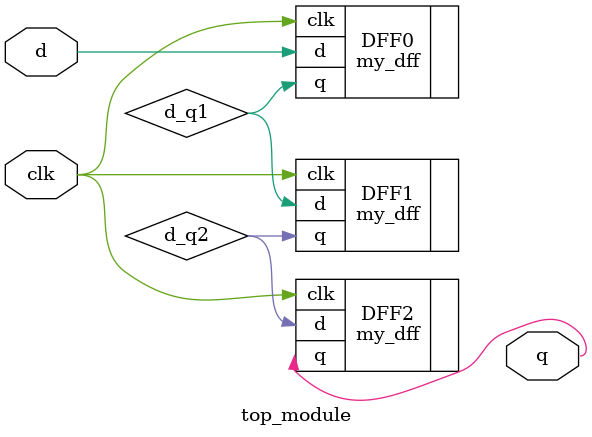
<source format=v>
module top_module ( input clk, input d, output q );
    
    wire d_q1;
    wire d_q2;
    
    my_dff DFF0(
        .clk(clk),
        .d(d),
        .q(d_q1)
    );
    
    my_dff DFF1(
        .clk(clk),
        .d(d_q1),
        .q(d_q2)
    );
    
    my_dff DFF2(
        .clk(clk),
        .d(d_q2),
        .q(q)
    );

endmodule

</source>
